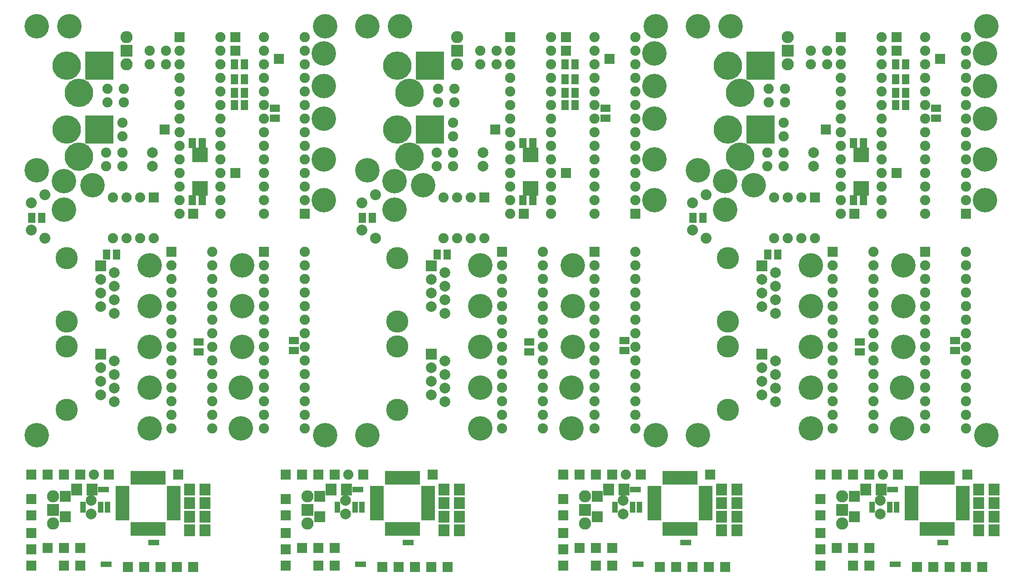
<source format=gbs>
G04 (created by PCBNEW-RS274X (2011-07-08)-stable) date Sun 14 Aug 2011 03:50:59 PM EDT*
G01*
G70*
G90*
%MOIN*%
G04 Gerber Fmt 3.4, Leading zero omitted, Abs format*
%FSLAX34Y34*%
G04 APERTURE LIST*
%ADD10C,0.006000*%
%ADD11C,0.180000*%
%ADD12C,0.075000*%
%ADD13R,0.075000X0.075000*%
%ADD14C,0.079100*%
%ADD15C,0.209000*%
%ADD16R,0.209000X0.209000*%
%ADD17C,0.090000*%
%ADD18R,0.090000X0.090000*%
%ADD19C,0.163700*%
%ADD20R,0.079100X0.079100*%
%ADD21R,0.055000X0.075000*%
%ADD22R,0.075000X0.055000*%
%ADD23C,0.080000*%
%ADD24R,0.114500X0.106600*%
%ADD25R,0.098700X0.037700*%
%ADD26R,0.037700X0.098700*%
%ADD27R,0.039700X0.039700*%
%ADD28R,0.082900X0.090900*%
G04 APERTURE END LIST*
G54D10*
G54D11*
X75300Y-28100D03*
X73200Y-29900D03*
X73200Y-27800D03*
X71200Y-27000D03*
X79500Y-46000D03*
X79500Y-43000D03*
X79500Y-40000D03*
X79500Y-37000D03*
X79500Y-34000D03*
X86200Y-46000D03*
X86200Y-43000D03*
X86300Y-40000D03*
X86300Y-37000D03*
X86300Y-34000D03*
X92300Y-18400D03*
X92300Y-20800D03*
X92300Y-23200D03*
X92300Y-26200D03*
X92300Y-29200D03*
X73600Y-16400D03*
G54D12*
X76300Y-26700D03*
X76300Y-25700D03*
X80700Y-19200D03*
X80700Y-18200D03*
X79500Y-19200D03*
X79500Y-18200D03*
X77500Y-23500D03*
X77500Y-24500D03*
X77500Y-26700D03*
X77500Y-25700D03*
X77600Y-22000D03*
X77600Y-21000D03*
X76400Y-22000D03*
X76400Y-21000D03*
X81700Y-18200D03*
X81700Y-19200D03*
X81700Y-20200D03*
X81700Y-21200D03*
X81700Y-22200D03*
X81700Y-23200D03*
X81700Y-24200D03*
X81700Y-25200D03*
X81700Y-26200D03*
X81700Y-27200D03*
X81700Y-28200D03*
X81700Y-29200D03*
X81700Y-30200D03*
G54D13*
X81700Y-17200D03*
G54D12*
X84700Y-30200D03*
X84700Y-29200D03*
X84700Y-28200D03*
X84700Y-27200D03*
X84700Y-26200D03*
X84700Y-25200D03*
X84700Y-24200D03*
X84700Y-23200D03*
X84700Y-22200D03*
X84700Y-21200D03*
X84700Y-20200D03*
X84700Y-19200D03*
X84700Y-18200D03*
X84700Y-17200D03*
G54D14*
X79700Y-25700D03*
X79700Y-26700D03*
G54D15*
X73400Y-19300D03*
G54D16*
X75800Y-19300D03*
G54D15*
X74300Y-21300D03*
X73400Y-24000D03*
G54D16*
X75800Y-24000D03*
G54D15*
X74300Y-26000D03*
G54D17*
X77800Y-17200D03*
G54D18*
X77800Y-18200D03*
G54D17*
X77800Y-19200D03*
G54D19*
X73400Y-44638D03*
X73400Y-39965D03*
G54D20*
X75900Y-40550D03*
G54D14*
X76900Y-41050D03*
X75900Y-41550D03*
X76900Y-42050D03*
X75900Y-42550D03*
X76900Y-43050D03*
X75900Y-43550D03*
X76900Y-44050D03*
G54D19*
X73400Y-38138D03*
X73400Y-33465D03*
G54D20*
X75900Y-34050D03*
G54D14*
X76900Y-34550D03*
X75900Y-35050D03*
X76900Y-35550D03*
X75900Y-36050D03*
X76900Y-36550D03*
X75900Y-37050D03*
X76900Y-37550D03*
G54D13*
X85800Y-17200D03*
X85800Y-18200D03*
X85800Y-27200D03*
X82700Y-30200D03*
X80600Y-24000D03*
X89000Y-18800D03*
G54D21*
X77075Y-33200D03*
X76325Y-33200D03*
X85725Y-19200D03*
X86475Y-19200D03*
X85725Y-20300D03*
X86475Y-20300D03*
X85725Y-21300D03*
X86475Y-21300D03*
X85725Y-22200D03*
X86475Y-22200D03*
G54D22*
X88700Y-22425D03*
X88700Y-23175D03*
X90100Y-40275D03*
X90100Y-39525D03*
X83100Y-40375D03*
X83100Y-39625D03*
G54D21*
X70825Y-30500D03*
X71575Y-30500D03*
X82625Y-25000D03*
X83375Y-25000D03*
X82625Y-29200D03*
X83375Y-29200D03*
G54D13*
X79800Y-29000D03*
G54D12*
X78800Y-29000D03*
X77800Y-29000D03*
X76800Y-29000D03*
X76800Y-32000D03*
X77800Y-32000D03*
X78800Y-32000D03*
X79800Y-32000D03*
X81100Y-34000D03*
X81100Y-35000D03*
X81100Y-36000D03*
X81100Y-37000D03*
X81100Y-38000D03*
X81100Y-39000D03*
X81100Y-40000D03*
X81100Y-41000D03*
X81100Y-42000D03*
X81100Y-43000D03*
X81100Y-44000D03*
X81100Y-45000D03*
X81100Y-46000D03*
G54D13*
X81100Y-33000D03*
G54D12*
X84100Y-46000D03*
X84100Y-45000D03*
X84100Y-44000D03*
X84100Y-43000D03*
X84100Y-42000D03*
X84100Y-41000D03*
X84100Y-40000D03*
X84100Y-39000D03*
X84100Y-38000D03*
X84100Y-37000D03*
X84100Y-36000D03*
X84100Y-35000D03*
X84100Y-34000D03*
X84100Y-33000D03*
X87900Y-34000D03*
X87900Y-35000D03*
X87900Y-36000D03*
X87900Y-37000D03*
X87900Y-38000D03*
X87900Y-39000D03*
X87900Y-40000D03*
X87900Y-41000D03*
X87900Y-42000D03*
X87900Y-43000D03*
X87900Y-44000D03*
X87900Y-45000D03*
X87900Y-46000D03*
G54D13*
X87900Y-33000D03*
G54D12*
X90900Y-46000D03*
X90900Y-45000D03*
X90900Y-44000D03*
X90900Y-43000D03*
X90900Y-42000D03*
X90900Y-41000D03*
X90900Y-40000D03*
X90900Y-39000D03*
X90900Y-38000D03*
X90900Y-37000D03*
X90900Y-36000D03*
X90900Y-35000D03*
X90900Y-34000D03*
X90900Y-33000D03*
X90900Y-29200D03*
X90900Y-28200D03*
X90900Y-27200D03*
X90900Y-26200D03*
X90900Y-25200D03*
X90900Y-24200D03*
X90900Y-23200D03*
X90900Y-22200D03*
X90900Y-21200D03*
X90900Y-20200D03*
X90900Y-19200D03*
X90900Y-18200D03*
X90900Y-17200D03*
G54D13*
X90900Y-30200D03*
G54D12*
X87900Y-17200D03*
X87900Y-18200D03*
X87900Y-19200D03*
X87900Y-20200D03*
X87900Y-21200D03*
X87900Y-22200D03*
X87900Y-23200D03*
X87900Y-24200D03*
X87900Y-25200D03*
X87900Y-26200D03*
X87900Y-27200D03*
X87900Y-28200D03*
X87900Y-29200D03*
X87900Y-30200D03*
G54D11*
X92400Y-46500D03*
X71200Y-46500D03*
X92400Y-16400D03*
X71200Y-16400D03*
G54D23*
X70800Y-31400D03*
X70800Y-29400D03*
X71800Y-32000D03*
X71800Y-28800D03*
G54D24*
X83200Y-25860D03*
X83200Y-28340D03*
X58900Y-25860D03*
X58900Y-28340D03*
G54D23*
X46500Y-31400D03*
X46500Y-29400D03*
X47500Y-32000D03*
X47500Y-28800D03*
G54D11*
X46900Y-16400D03*
X68100Y-16400D03*
X46900Y-46500D03*
X68100Y-46500D03*
G54D12*
X66600Y-29200D03*
X66600Y-28200D03*
X66600Y-27200D03*
X66600Y-26200D03*
X66600Y-25200D03*
X66600Y-24200D03*
X66600Y-23200D03*
X66600Y-22200D03*
X66600Y-21200D03*
X66600Y-20200D03*
X66600Y-19200D03*
X66600Y-18200D03*
X66600Y-17200D03*
G54D13*
X66600Y-30200D03*
G54D12*
X63600Y-17200D03*
X63600Y-18200D03*
X63600Y-19200D03*
X63600Y-20200D03*
X63600Y-21200D03*
X63600Y-22200D03*
X63600Y-23200D03*
X63600Y-24200D03*
X63600Y-25200D03*
X63600Y-26200D03*
X63600Y-27200D03*
X63600Y-28200D03*
X63600Y-29200D03*
X63600Y-30200D03*
X63600Y-34000D03*
X63600Y-35000D03*
X63600Y-36000D03*
X63600Y-37000D03*
X63600Y-38000D03*
X63600Y-39000D03*
X63600Y-40000D03*
X63600Y-41000D03*
X63600Y-42000D03*
X63600Y-43000D03*
X63600Y-44000D03*
X63600Y-45000D03*
X63600Y-46000D03*
G54D13*
X63600Y-33000D03*
G54D12*
X66600Y-46000D03*
X66600Y-45000D03*
X66600Y-44000D03*
X66600Y-43000D03*
X66600Y-42000D03*
X66600Y-41000D03*
X66600Y-40000D03*
X66600Y-39000D03*
X66600Y-38000D03*
X66600Y-37000D03*
X66600Y-36000D03*
X66600Y-35000D03*
X66600Y-34000D03*
X66600Y-33000D03*
X56800Y-34000D03*
X56800Y-35000D03*
X56800Y-36000D03*
X56800Y-37000D03*
X56800Y-38000D03*
X56800Y-39000D03*
X56800Y-40000D03*
X56800Y-41000D03*
X56800Y-42000D03*
X56800Y-43000D03*
X56800Y-44000D03*
X56800Y-45000D03*
X56800Y-46000D03*
G54D13*
X56800Y-33000D03*
G54D12*
X59800Y-46000D03*
X59800Y-45000D03*
X59800Y-44000D03*
X59800Y-43000D03*
X59800Y-42000D03*
X59800Y-41000D03*
X59800Y-40000D03*
X59800Y-39000D03*
X59800Y-38000D03*
X59800Y-37000D03*
X59800Y-36000D03*
X59800Y-35000D03*
X59800Y-34000D03*
X59800Y-33000D03*
G54D13*
X55500Y-29000D03*
G54D12*
X54500Y-29000D03*
X53500Y-29000D03*
X52500Y-29000D03*
X52500Y-32000D03*
X53500Y-32000D03*
X54500Y-32000D03*
X55500Y-32000D03*
G54D21*
X58325Y-29200D03*
X59075Y-29200D03*
X58325Y-25000D03*
X59075Y-25000D03*
X46525Y-30500D03*
X47275Y-30500D03*
G54D22*
X58800Y-40375D03*
X58800Y-39625D03*
X65800Y-40275D03*
X65800Y-39525D03*
X64400Y-22425D03*
X64400Y-23175D03*
G54D21*
X61425Y-22200D03*
X62175Y-22200D03*
X61425Y-21300D03*
X62175Y-21300D03*
X61425Y-20300D03*
X62175Y-20300D03*
X61425Y-19200D03*
X62175Y-19200D03*
X52775Y-33200D03*
X52025Y-33200D03*
G54D13*
X64700Y-18800D03*
X56300Y-24000D03*
X58400Y-30200D03*
X61500Y-27200D03*
X61500Y-18200D03*
X61500Y-17200D03*
G54D19*
X49100Y-38138D03*
X49100Y-33465D03*
G54D20*
X51600Y-34050D03*
G54D14*
X52600Y-34550D03*
X51600Y-35050D03*
X52600Y-35550D03*
X51600Y-36050D03*
X52600Y-36550D03*
X51600Y-37050D03*
X52600Y-37550D03*
G54D19*
X49100Y-44638D03*
X49100Y-39965D03*
G54D20*
X51600Y-40550D03*
G54D14*
X52600Y-41050D03*
X51600Y-41550D03*
X52600Y-42050D03*
X51600Y-42550D03*
X52600Y-43050D03*
X51600Y-43550D03*
X52600Y-44050D03*
G54D17*
X53500Y-17200D03*
G54D18*
X53500Y-18200D03*
G54D17*
X53500Y-19200D03*
G54D15*
X49100Y-24000D03*
G54D16*
X51500Y-24000D03*
G54D15*
X50000Y-26000D03*
X49100Y-19300D03*
G54D16*
X51500Y-19300D03*
G54D15*
X50000Y-21300D03*
G54D14*
X55400Y-25700D03*
X55400Y-26700D03*
G54D12*
X57400Y-18200D03*
X57400Y-19200D03*
X57400Y-20200D03*
X57400Y-21200D03*
X57400Y-22200D03*
X57400Y-23200D03*
X57400Y-24200D03*
X57400Y-25200D03*
X57400Y-26200D03*
X57400Y-27200D03*
X57400Y-28200D03*
X57400Y-29200D03*
X57400Y-30200D03*
G54D13*
X57400Y-17200D03*
G54D12*
X60400Y-30200D03*
X60400Y-29200D03*
X60400Y-28200D03*
X60400Y-27200D03*
X60400Y-26200D03*
X60400Y-25200D03*
X60400Y-24200D03*
X60400Y-23200D03*
X60400Y-22200D03*
X60400Y-21200D03*
X60400Y-20200D03*
X60400Y-19200D03*
X60400Y-18200D03*
X60400Y-17200D03*
X52100Y-22000D03*
X52100Y-21000D03*
X53300Y-22000D03*
X53300Y-21000D03*
X53200Y-26700D03*
X53200Y-25700D03*
X53200Y-23500D03*
X53200Y-24500D03*
X55200Y-19200D03*
X55200Y-18200D03*
X56400Y-19200D03*
X56400Y-18200D03*
X52000Y-26700D03*
X52000Y-25700D03*
G54D11*
X49300Y-16400D03*
X68000Y-29200D03*
X68000Y-26200D03*
X68000Y-23200D03*
X68000Y-20800D03*
X68000Y-18400D03*
X62000Y-34000D03*
X62000Y-37000D03*
X62000Y-40000D03*
X61900Y-43000D03*
X61900Y-46000D03*
X55200Y-34000D03*
X55200Y-37000D03*
X55200Y-40000D03*
X55200Y-43000D03*
X55200Y-46000D03*
X46900Y-27000D03*
X48900Y-27800D03*
X48900Y-29900D03*
X51000Y-28100D03*
G54D13*
X92100Y-56200D03*
X90900Y-56200D03*
X87300Y-56200D03*
X88500Y-56200D03*
X89700Y-56200D03*
X85900Y-49400D03*
G54D25*
X86904Y-50407D03*
X86904Y-50722D03*
X86904Y-51037D03*
X86904Y-51352D03*
X86904Y-51667D03*
X86904Y-51982D03*
X86904Y-52297D03*
X86904Y-52612D03*
X90670Y-52610D03*
X90670Y-50400D03*
X90670Y-50720D03*
X90670Y-51040D03*
X90670Y-51350D03*
X90670Y-51670D03*
X90670Y-51980D03*
X90670Y-52300D03*
G54D26*
X87688Y-53400D03*
X88002Y-53400D03*
X88318Y-53400D03*
X88632Y-53400D03*
X88948Y-53400D03*
X89262Y-53400D03*
X89578Y-53400D03*
X89892Y-53400D03*
X87690Y-49620D03*
X88000Y-49620D03*
X88320Y-49620D03*
X88630Y-49620D03*
X88940Y-49620D03*
X89260Y-49620D03*
X89580Y-49620D03*
X89900Y-49620D03*
G54D27*
X82500Y-50799D03*
X82500Y-51201D03*
X82900Y-50799D03*
X82900Y-51201D03*
X85300Y-52001D03*
X85300Y-51599D03*
X85800Y-52001D03*
X85800Y-51599D03*
X82900Y-52701D03*
X82900Y-52299D03*
X82500Y-52701D03*
X82500Y-52299D03*
X84000Y-52001D03*
X84000Y-51599D03*
X85299Y-50500D03*
X85701Y-50500D03*
X89401Y-54400D03*
X88999Y-54400D03*
X85901Y-56000D03*
X85499Y-56000D03*
G54D13*
X83800Y-49400D03*
G54D12*
X84800Y-49400D03*
G54D13*
X80200Y-54900D03*
X80200Y-56100D03*
X80200Y-52400D03*
X80200Y-53700D03*
X80200Y-51200D03*
X82600Y-56100D03*
X81400Y-54800D03*
X82600Y-54800D03*
X83800Y-56100D03*
X83800Y-54800D03*
X82600Y-49400D03*
X81400Y-49400D03*
X80200Y-49400D03*
X91000Y-49400D03*
G54D17*
X81800Y-51000D03*
G54D18*
X81800Y-52000D03*
G54D17*
X81800Y-53000D03*
G54D28*
X83541Y-50500D03*
X84659Y-50500D03*
X91841Y-50500D03*
X92959Y-50500D03*
X91841Y-51500D03*
X92959Y-51500D03*
X91841Y-52500D03*
X92959Y-52500D03*
X91841Y-53500D03*
X92959Y-53500D03*
G54D14*
X84600Y-51300D03*
X84600Y-52300D03*
X65700Y-51300D03*
X65700Y-52300D03*
G54D28*
X72941Y-53500D03*
X74059Y-53500D03*
X72941Y-52500D03*
X74059Y-52500D03*
X72941Y-51500D03*
X74059Y-51500D03*
X72941Y-50500D03*
X74059Y-50500D03*
X64641Y-50500D03*
X65759Y-50500D03*
G54D17*
X62900Y-51000D03*
G54D18*
X62900Y-52000D03*
G54D17*
X62900Y-53000D03*
G54D13*
X72100Y-49400D03*
X61300Y-49400D03*
X62500Y-49400D03*
X63700Y-49400D03*
X64900Y-54800D03*
X64900Y-56100D03*
X63700Y-54800D03*
X62500Y-54800D03*
X63700Y-56100D03*
X61300Y-51200D03*
X61300Y-53700D03*
X61300Y-52400D03*
X61300Y-56100D03*
X61300Y-54900D03*
X64900Y-49400D03*
G54D12*
X65900Y-49400D03*
G54D27*
X67001Y-56000D03*
X66599Y-56000D03*
X70501Y-54400D03*
X70099Y-54400D03*
X66399Y-50500D03*
X66801Y-50500D03*
X65100Y-52001D03*
X65100Y-51599D03*
X63600Y-52701D03*
X63600Y-52299D03*
X64000Y-52701D03*
X64000Y-52299D03*
X66900Y-52001D03*
X66900Y-51599D03*
X66400Y-52001D03*
X66400Y-51599D03*
X64000Y-50799D03*
X64000Y-51201D03*
X63600Y-50799D03*
X63600Y-51201D03*
G54D25*
X68004Y-50407D03*
X68004Y-50722D03*
X68004Y-51037D03*
X68004Y-51352D03*
X68004Y-51667D03*
X68004Y-51982D03*
X68004Y-52297D03*
X68004Y-52612D03*
X71770Y-52610D03*
X71770Y-50400D03*
X71770Y-50720D03*
X71770Y-51040D03*
X71770Y-51350D03*
X71770Y-51670D03*
X71770Y-51980D03*
X71770Y-52300D03*
G54D26*
X68788Y-53400D03*
X69102Y-53400D03*
X69418Y-53400D03*
X69732Y-53400D03*
X70048Y-53400D03*
X70362Y-53400D03*
X70678Y-53400D03*
X70992Y-53400D03*
X68790Y-49620D03*
X69100Y-49620D03*
X69420Y-49620D03*
X69730Y-49620D03*
X70040Y-49620D03*
X70360Y-49620D03*
X70680Y-49620D03*
X71000Y-49620D03*
G54D13*
X67000Y-49400D03*
X70800Y-56200D03*
X69600Y-56200D03*
X68400Y-56200D03*
X72000Y-56200D03*
X73200Y-56200D03*
X52800Y-56200D03*
X51600Y-56200D03*
X48000Y-56200D03*
X49200Y-56200D03*
X50400Y-56200D03*
X46600Y-49400D03*
G54D25*
X47604Y-50407D03*
X47604Y-50722D03*
X47604Y-51037D03*
X47604Y-51352D03*
X47604Y-51667D03*
X47604Y-51982D03*
X47604Y-52297D03*
X47604Y-52612D03*
X51370Y-52610D03*
X51370Y-50400D03*
X51370Y-50720D03*
X51370Y-51040D03*
X51370Y-51350D03*
X51370Y-51670D03*
X51370Y-51980D03*
X51370Y-52300D03*
G54D26*
X48388Y-53400D03*
X48702Y-53400D03*
X49018Y-53400D03*
X49332Y-53400D03*
X49648Y-53400D03*
X49962Y-53400D03*
X50278Y-53400D03*
X50592Y-53400D03*
X48390Y-49620D03*
X48700Y-49620D03*
X49020Y-49620D03*
X49330Y-49620D03*
X49640Y-49620D03*
X49960Y-49620D03*
X50280Y-49620D03*
X50600Y-49620D03*
G54D27*
X43200Y-50799D03*
X43200Y-51201D03*
X43600Y-50799D03*
X43600Y-51201D03*
X46000Y-52001D03*
X46000Y-51599D03*
X46500Y-52001D03*
X46500Y-51599D03*
X43600Y-52701D03*
X43600Y-52299D03*
X43200Y-52701D03*
X43200Y-52299D03*
X44700Y-52001D03*
X44700Y-51599D03*
X45999Y-50500D03*
X46401Y-50500D03*
X50101Y-54400D03*
X49699Y-54400D03*
X46601Y-56000D03*
X46199Y-56000D03*
G54D13*
X44500Y-49400D03*
G54D12*
X45500Y-49400D03*
G54D13*
X40900Y-54900D03*
X40900Y-56100D03*
X40900Y-52400D03*
X40900Y-53700D03*
X40900Y-51200D03*
X43300Y-56100D03*
X42100Y-54800D03*
X43300Y-54800D03*
X44500Y-56100D03*
X44500Y-54800D03*
X43300Y-49400D03*
X42100Y-49400D03*
X40900Y-49400D03*
X51700Y-49400D03*
G54D17*
X42500Y-51000D03*
G54D18*
X42500Y-52000D03*
G54D17*
X42500Y-53000D03*
G54D28*
X44241Y-50500D03*
X45359Y-50500D03*
X52541Y-50500D03*
X53659Y-50500D03*
X52541Y-51500D03*
X53659Y-51500D03*
X52541Y-52500D03*
X53659Y-52500D03*
X52541Y-53500D03*
X53659Y-53500D03*
G54D14*
X45300Y-51300D03*
X45300Y-52300D03*
G54D11*
X26700Y-28100D03*
X24600Y-29900D03*
X24600Y-27800D03*
X22600Y-27000D03*
X30900Y-46000D03*
X30900Y-43000D03*
X30900Y-40000D03*
X30900Y-37000D03*
X30900Y-34000D03*
X37600Y-46000D03*
X37600Y-43000D03*
X37700Y-40000D03*
X37700Y-37000D03*
X37700Y-34000D03*
X43700Y-18400D03*
X43700Y-20800D03*
X43700Y-23200D03*
X43700Y-26200D03*
X43700Y-29200D03*
X25000Y-16400D03*
G54D12*
X27700Y-26700D03*
X27700Y-25700D03*
X32100Y-19200D03*
X32100Y-18200D03*
X30900Y-19200D03*
X30900Y-18200D03*
X28900Y-23500D03*
X28900Y-24500D03*
X28900Y-26700D03*
X28900Y-25700D03*
X29000Y-22000D03*
X29000Y-21000D03*
X27800Y-22000D03*
X27800Y-21000D03*
X33100Y-18200D03*
X33100Y-19200D03*
X33100Y-20200D03*
X33100Y-21200D03*
X33100Y-22200D03*
X33100Y-23200D03*
X33100Y-24200D03*
X33100Y-25200D03*
X33100Y-26200D03*
X33100Y-27200D03*
X33100Y-28200D03*
X33100Y-29200D03*
X33100Y-30200D03*
G54D13*
X33100Y-17200D03*
G54D12*
X36100Y-30200D03*
X36100Y-29200D03*
X36100Y-28200D03*
X36100Y-27200D03*
X36100Y-26200D03*
X36100Y-25200D03*
X36100Y-24200D03*
X36100Y-23200D03*
X36100Y-22200D03*
X36100Y-21200D03*
X36100Y-20200D03*
X36100Y-19200D03*
X36100Y-18200D03*
X36100Y-17200D03*
G54D14*
X31100Y-25700D03*
X31100Y-26700D03*
G54D15*
X24800Y-19300D03*
G54D16*
X27200Y-19300D03*
G54D15*
X25700Y-21300D03*
X24800Y-24000D03*
G54D16*
X27200Y-24000D03*
G54D15*
X25700Y-26000D03*
G54D17*
X29200Y-17200D03*
G54D18*
X29200Y-18200D03*
G54D17*
X29200Y-19200D03*
G54D19*
X24800Y-44638D03*
X24800Y-39965D03*
G54D20*
X27300Y-40550D03*
G54D14*
X28300Y-41050D03*
X27300Y-41550D03*
X28300Y-42050D03*
X27300Y-42550D03*
X28300Y-43050D03*
X27300Y-43550D03*
X28300Y-44050D03*
G54D19*
X24800Y-38138D03*
X24800Y-33465D03*
G54D20*
X27300Y-34050D03*
G54D14*
X28300Y-34550D03*
X27300Y-35050D03*
X28300Y-35550D03*
X27300Y-36050D03*
X28300Y-36550D03*
X27300Y-37050D03*
X28300Y-37550D03*
G54D13*
X37200Y-17200D03*
X37200Y-18200D03*
X37200Y-27200D03*
X34100Y-30200D03*
X32000Y-24000D03*
X40400Y-18800D03*
G54D21*
X28475Y-33200D03*
X27725Y-33200D03*
X37125Y-19200D03*
X37875Y-19200D03*
X37125Y-20300D03*
X37875Y-20300D03*
X37125Y-21300D03*
X37875Y-21300D03*
X37125Y-22200D03*
X37875Y-22200D03*
G54D22*
X40100Y-22425D03*
X40100Y-23175D03*
X41500Y-40275D03*
X41500Y-39525D03*
X34500Y-40375D03*
X34500Y-39625D03*
G54D21*
X22225Y-30500D03*
X22975Y-30500D03*
X34025Y-25000D03*
X34775Y-25000D03*
X34025Y-29200D03*
X34775Y-29200D03*
G54D13*
X31200Y-29000D03*
G54D12*
X30200Y-29000D03*
X29200Y-29000D03*
X28200Y-29000D03*
X28200Y-32000D03*
X29200Y-32000D03*
X30200Y-32000D03*
X31200Y-32000D03*
X32500Y-34000D03*
X32500Y-35000D03*
X32500Y-36000D03*
X32500Y-37000D03*
X32500Y-38000D03*
X32500Y-39000D03*
X32500Y-40000D03*
X32500Y-41000D03*
X32500Y-42000D03*
X32500Y-43000D03*
X32500Y-44000D03*
X32500Y-45000D03*
X32500Y-46000D03*
G54D13*
X32500Y-33000D03*
G54D12*
X35500Y-46000D03*
X35500Y-45000D03*
X35500Y-44000D03*
X35500Y-43000D03*
X35500Y-42000D03*
X35500Y-41000D03*
X35500Y-40000D03*
X35500Y-39000D03*
X35500Y-38000D03*
X35500Y-37000D03*
X35500Y-36000D03*
X35500Y-35000D03*
X35500Y-34000D03*
X35500Y-33000D03*
X39300Y-34000D03*
X39300Y-35000D03*
X39300Y-36000D03*
X39300Y-37000D03*
X39300Y-38000D03*
X39300Y-39000D03*
X39300Y-40000D03*
X39300Y-41000D03*
X39300Y-42000D03*
X39300Y-43000D03*
X39300Y-44000D03*
X39300Y-45000D03*
X39300Y-46000D03*
G54D13*
X39300Y-33000D03*
G54D12*
X42300Y-46000D03*
X42300Y-45000D03*
X42300Y-44000D03*
X42300Y-43000D03*
X42300Y-42000D03*
X42300Y-41000D03*
X42300Y-40000D03*
X42300Y-39000D03*
X42300Y-38000D03*
X42300Y-37000D03*
X42300Y-36000D03*
X42300Y-35000D03*
X42300Y-34000D03*
X42300Y-33000D03*
X42300Y-29200D03*
X42300Y-28200D03*
X42300Y-27200D03*
X42300Y-26200D03*
X42300Y-25200D03*
X42300Y-24200D03*
X42300Y-23200D03*
X42300Y-22200D03*
X42300Y-21200D03*
X42300Y-20200D03*
X42300Y-19200D03*
X42300Y-18200D03*
X42300Y-17200D03*
G54D13*
X42300Y-30200D03*
G54D12*
X39300Y-17200D03*
X39300Y-18200D03*
X39300Y-19200D03*
X39300Y-20200D03*
X39300Y-21200D03*
X39300Y-22200D03*
X39300Y-23200D03*
X39300Y-24200D03*
X39300Y-25200D03*
X39300Y-26200D03*
X39300Y-27200D03*
X39300Y-28200D03*
X39300Y-29200D03*
X39300Y-30200D03*
G54D11*
X43800Y-46500D03*
X22600Y-46500D03*
X43800Y-16400D03*
X22600Y-16400D03*
G54D23*
X22200Y-31400D03*
X22200Y-29400D03*
X23200Y-32000D03*
X23200Y-28800D03*
G54D24*
X34600Y-25860D03*
X34600Y-28340D03*
G54D14*
X26600Y-51300D03*
X26600Y-52300D03*
G54D28*
X33841Y-53500D03*
X34959Y-53500D03*
X33841Y-52500D03*
X34959Y-52500D03*
X33841Y-51500D03*
X34959Y-51500D03*
X33841Y-50500D03*
X34959Y-50500D03*
X25541Y-50500D03*
X26659Y-50500D03*
G54D17*
X23800Y-51000D03*
G54D18*
X23800Y-52000D03*
G54D17*
X23800Y-53000D03*
G54D13*
X33000Y-49400D03*
X22200Y-49400D03*
X23400Y-49400D03*
X24600Y-49400D03*
X25800Y-54800D03*
X25800Y-56100D03*
X24600Y-54800D03*
X23400Y-54800D03*
X24600Y-56100D03*
X22200Y-51200D03*
X22200Y-53700D03*
X22200Y-52400D03*
X22200Y-56100D03*
X22200Y-54900D03*
X25800Y-49400D03*
G54D12*
X26800Y-49400D03*
G54D27*
X27901Y-56000D03*
X27499Y-56000D03*
X31401Y-54400D03*
X30999Y-54400D03*
X27299Y-50500D03*
X27701Y-50500D03*
X26000Y-52001D03*
X26000Y-51599D03*
X24500Y-52701D03*
X24500Y-52299D03*
X24900Y-52701D03*
X24900Y-52299D03*
X27800Y-52001D03*
X27800Y-51599D03*
X27300Y-52001D03*
X27300Y-51599D03*
X24900Y-50799D03*
X24900Y-51201D03*
X24500Y-50799D03*
X24500Y-51201D03*
G54D25*
X28904Y-50407D03*
X28904Y-50722D03*
X28904Y-51037D03*
X28904Y-51352D03*
X28904Y-51667D03*
X28904Y-51982D03*
X28904Y-52297D03*
X28904Y-52612D03*
X32670Y-52610D03*
X32670Y-50400D03*
X32670Y-50720D03*
X32670Y-51040D03*
X32670Y-51350D03*
X32670Y-51670D03*
X32670Y-51980D03*
X32670Y-52300D03*
G54D26*
X29688Y-53400D03*
X30002Y-53400D03*
X30318Y-53400D03*
X30632Y-53400D03*
X30948Y-53400D03*
X31262Y-53400D03*
X31578Y-53400D03*
X31892Y-53400D03*
X29690Y-49620D03*
X30000Y-49620D03*
X30320Y-49620D03*
X30630Y-49620D03*
X30940Y-49620D03*
X31260Y-49620D03*
X31580Y-49620D03*
X31900Y-49620D03*
G54D13*
X27900Y-49400D03*
X31700Y-56200D03*
X30500Y-56200D03*
X29300Y-56200D03*
X32900Y-56200D03*
X34100Y-56200D03*
M02*

</source>
